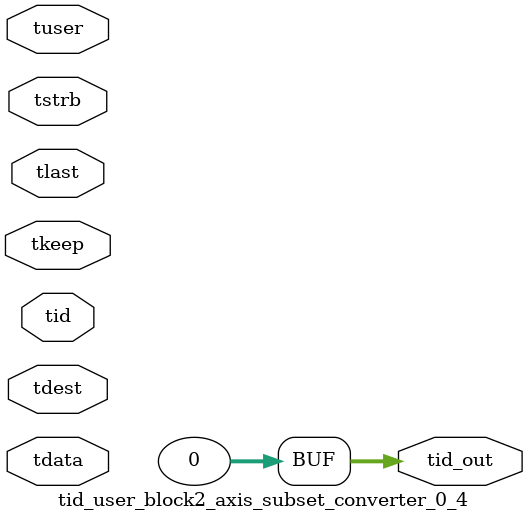
<source format=v>


`timescale 1ps/1ps

module tid_user_block2_axis_subset_converter_0_4 #
(
parameter C_S_AXIS_TID_WIDTH   = 1,
parameter C_S_AXIS_TUSER_WIDTH = 0,
parameter C_S_AXIS_TDATA_WIDTH = 0,
parameter C_S_AXIS_TDEST_WIDTH = 0,
parameter C_M_AXIS_TID_WIDTH   = 32
)
(
input  [(C_S_AXIS_TID_WIDTH   == 0 ? 1 : C_S_AXIS_TID_WIDTH)-1:0       ] tid,
input  [(C_S_AXIS_TDATA_WIDTH == 0 ? 1 : C_S_AXIS_TDATA_WIDTH)-1:0     ] tdata,
input  [(C_S_AXIS_TUSER_WIDTH == 0 ? 1 : C_S_AXIS_TUSER_WIDTH)-1:0     ] tuser,
input  [(C_S_AXIS_TDEST_WIDTH == 0 ? 1 : C_S_AXIS_TDEST_WIDTH)-1:0     ] tdest,
input  [(C_S_AXIS_TDATA_WIDTH/8)-1:0 ] tkeep,
input  [(C_S_AXIS_TDATA_WIDTH/8)-1:0 ] tstrb,
input                                                                    tlast,
output [(C_M_AXIS_TID_WIDTH   == 0 ? 1 : C_M_AXIS_TID_WIDTH)-1:0       ] tid_out
);

assign tid_out = {1'b0};

endmodule


</source>
